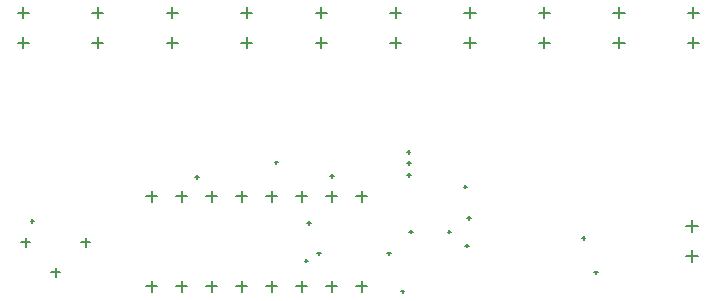
<source format=gbr>
G04*
G04 #@! TF.GenerationSoftware,Altium Limited,Altium Designer,24.1.2 (44)*
G04*
G04 Layer_Color=128*
%FSLAX44Y44*%
%MOMM*%
G71*
G04*
G04 #@! TF.SameCoordinates,BD343A0D-4BD6-4D64-9A7B-49F0AB29FDDA*
G04*
G04*
G04 #@! TF.FilePolarity,Positive*
G04*
G01*
G75*
%ADD38C,0.1270*%
D38*
X612882Y90170D02*
X623082D01*
X617982Y85070D02*
Y95270D01*
X612882Y64770D02*
X623082D01*
X617982Y59670D02*
Y69870D01*
X49844Y75946D02*
X57344D01*
X53594Y72196D02*
Y79696D01*
X100644Y75946D02*
X108144D01*
X104394Y72196D02*
Y79696D01*
X75244Y50546D02*
X82744D01*
X78994Y46796D02*
Y54296D01*
X47066Y270256D02*
X56566D01*
X51816Y265506D02*
Y275006D01*
X614248Y244856D02*
X623748D01*
X618998Y240106D02*
Y249606D01*
X614248Y270256D02*
X623748D01*
X618998Y265506D02*
Y275006D01*
X551227Y244856D02*
X560728D01*
X555978Y240106D02*
Y249606D01*
X551227Y270256D02*
X560728D01*
X555978Y265506D02*
Y275006D01*
X488208Y244856D02*
X497708D01*
X492958Y240106D02*
Y249606D01*
X488208Y270256D02*
X497708D01*
X492958Y265506D02*
Y275006D01*
X425187Y244856D02*
X434687D01*
X429937Y240106D02*
Y249606D01*
X425187Y270256D02*
X434687D01*
X429937Y265506D02*
Y275006D01*
X362167Y244856D02*
X371667D01*
X366917Y240106D02*
Y249606D01*
X362167Y270256D02*
X371667D01*
X366917Y265506D02*
Y275006D01*
X155774Y38862D02*
X164774D01*
X160274Y34362D02*
Y43362D01*
X181174Y38862D02*
X190174D01*
X185674Y34362D02*
Y43362D01*
X206574Y38862D02*
X215574D01*
X211074Y34362D02*
Y43362D01*
X231974Y38862D02*
X240974D01*
X236474Y34362D02*
Y43362D01*
X257374Y38862D02*
X266374D01*
X261874Y34362D02*
Y43362D01*
X282774Y38862D02*
X291774D01*
X287274Y34362D02*
Y43362D01*
X308174Y38862D02*
X317174D01*
X312674Y34362D02*
Y43362D01*
X333574Y38862D02*
X342574D01*
X338074Y34362D02*
Y43362D01*
X155774Y115062D02*
X164774D01*
X160274Y110562D02*
Y119562D01*
X181174Y115062D02*
X190174D01*
X185674Y110562D02*
Y119562D01*
X206574Y115062D02*
X215574D01*
X211074Y110562D02*
Y119562D01*
X231974Y115062D02*
X240974D01*
X236474Y110562D02*
Y119562D01*
X257374Y115062D02*
X266374D01*
X261874Y110562D02*
Y119562D01*
X282774Y115062D02*
X291774D01*
X287274Y110562D02*
Y119562D01*
X308174Y115062D02*
X317174D01*
X312674Y110562D02*
Y119562D01*
X333574Y115062D02*
X342574D01*
X338074Y110562D02*
Y119562D01*
X299147Y244856D02*
X308647D01*
X303897Y240106D02*
Y249606D01*
X299147Y270256D02*
X308647D01*
X303897Y265506D02*
Y275006D01*
X236127Y244856D02*
X245627D01*
X240877Y240106D02*
Y249606D01*
X236127Y270256D02*
X245627D01*
X240877Y265506D02*
Y275006D01*
X173106Y244856D02*
X182606D01*
X177856Y240106D02*
Y249606D01*
X173106Y270256D02*
X182606D01*
X177856Y265506D02*
Y275006D01*
X110086Y244856D02*
X119586D01*
X114836Y240106D02*
Y249606D01*
X110086Y270256D02*
X119586D01*
X114836Y265506D02*
Y275006D01*
X47066Y244856D02*
X56566D01*
X51816Y240106D02*
Y249606D01*
X427506Y96520D02*
X430506D01*
X429006Y95020D02*
Y98020D01*
X410996Y85090D02*
X413996D01*
X412496Y83590D02*
Y86590D01*
X424458Y123190D02*
X427458D01*
X425958Y121690D02*
Y124690D01*
X378484Y85090D02*
X381484D01*
X379984Y83590D02*
Y86590D01*
X359688Y66548D02*
X362688D01*
X361188Y65048D02*
Y68048D01*
X300760Y66548D02*
X303760D01*
X302260Y65048D02*
Y68048D01*
X371372Y34544D02*
X374372D01*
X372872Y33044D02*
Y36044D01*
X289838Y60452D02*
X292838D01*
X291338Y58952D02*
Y61952D01*
X535202Y50546D02*
X538202D01*
X536702Y49046D02*
Y52046D01*
X524693Y79661D02*
X527693D01*
X526193Y78161D02*
Y81161D01*
X57936Y94234D02*
X60936D01*
X59436Y92734D02*
Y95734D01*
X425728Y73152D02*
X428728D01*
X427228Y71652D02*
Y74652D01*
X291870Y92202D02*
X294870D01*
X293370Y90702D02*
Y93702D01*
X311428Y132334D02*
X314428D01*
X312928Y130834D02*
Y133834D01*
X376706Y133096D02*
X379706D01*
X378206Y131596D02*
Y134596D01*
X376706Y143002D02*
X379706D01*
X378206Y141502D02*
Y144502D01*
X264438Y143764D02*
X267438D01*
X265938Y142264D02*
Y145264D01*
X376452Y152400D02*
X379452D01*
X377952Y150900D02*
Y153900D01*
X197128Y131318D02*
X200128D01*
X198628Y129818D02*
Y132818D01*
M02*

</source>
